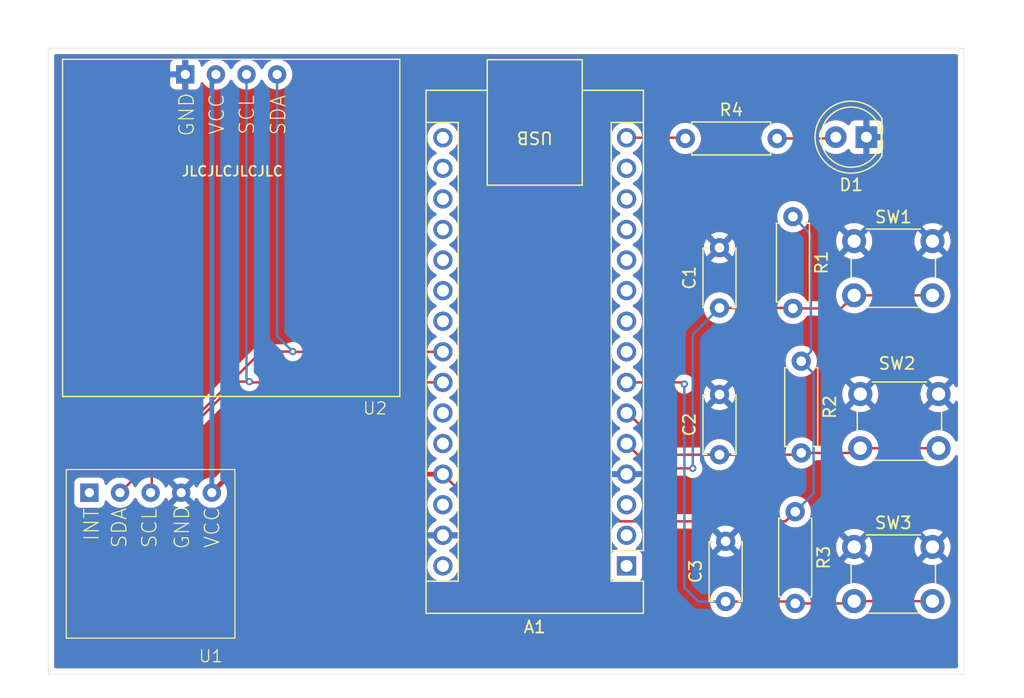
<source format=kicad_pcb>
(kicad_pcb (version 20241229) (generator "pcbnew") (generator_version "9.0")
  (layers (0 "F.Cu" signal "Front") (4 "In1.Cu" signal) (6 "In2.Cu" signal) (2 "B.Cu" signal "Back") (13 "F.Paste" user) (15 "B.Paste" user) (5 "F.SilkS" user "F.Silkscreen") (7 "B.SilkS" user "B.Silkscreen") (1 "F.Mask" user) (3 "B.Mask" user) (25 "Edge.Cuts" user))
  (net 0 "")
  (net 2 "Net-(A1-D4)")
  (net 3 "Net-(A1-D12)")
  (net 10 "Net-(A1-D2)")
  (net 14 "Net-(A1-D3)")
  (net 17 "+5V")
  (net 18 "Net-(A1-A5)")
  (net 20 "GND")
  (net 21 "Net-(A1-A4)")
  (net 30 "Net-(D1-A)")
  (footprint "Capacitor_THT:C_Disc_D4.7mm_W2.5mm_P5.00mm" (layer "F.Cu") (at 141.224 126.96 90)
    (property "Reference" "C3" (at 2.5 -2.5 90) (layer "F.SilkS"))
    (property "Value" "100n")
    (fp_line (start 4.97 -1.37) (end 4.97 -1.04) (stroke (width 0.12)) (layer "F.SilkS"))
    (fp_line (start 0.03 -1.37) (end 4.97 -1.37) (stroke (width 0.12)) (layer "F.SilkS"))
    (fp_line (start 0.03 -1.04) (end 0.03 -1.37) (stroke (width 0.12)) (layer "F.SilkS"))
    (fp_line (start 4.97 1.04) (end 4.97 1.37) (stroke (width 0.12)) (layer "F.SilkS"))
    (fp_line (start 4.97 1.37) (end 0.03 1.37) (stroke (width 0.12)) (layer "F.SilkS"))
    (fp_line (start 0.03 1.37) (end 0.03 1.04) (stroke (width 0.12)) (layer "F.SilkS"))
    (pad "1" thru_hole circle (at 0 0 90) (size 1.6 1.6) (drill 0.8) (layers "*.Cu" "*.Mask") (net 2 "Net-(A1-D4)"))
    (pad "2" thru_hole circle (at 5 0 90) (size 1.6 1.6) (drill 0.8) (layers "*.Cu" "*.Mask") (net 20 "GND"))
  )
  (footprint "Resistor_THT:R_Axial_DIN0207_L6.3mm_D2.5mm_P7.62mm_Horizontal" (layer "F.Cu") (at 137.88 88.5)
    (property "Reference" "R4" (at 3.81 -2.37 0) (layer "F.SilkS"))
    (property "Value" "1k")
    (fp_line (start 0.54 -1.37) (end 7.08 -1.37) (stroke (width 0.12)) (layer "F.SilkS"))
    (fp_line (start 0.54 -1.04) (end 0.54 -1.37) (stroke (width 0.12)) (layer "F.SilkS"))
    (fp_line (start 0.54 1.04) (end 0.54 1.37) (stroke (width 0.12)) (layer "F.SilkS"))
    (fp_line (start 0.54 1.37) (end 7.08 1.37) (stroke (width 0.12)) (layer "F.SilkS"))
    (fp_line (start 7.08 -1.37) (end 7.08 -1.04) (stroke (width 0.12)) (layer "F.SilkS"))
    (fp_line (start 7.08 1.37) (end 7.08 1.04) (stroke (width 0.12)) (layer "F.SilkS"))
    (pad "1" thru_hole circle (at 0 0) (size 1.6 1.6) (drill 0.8) (layers "*.Cu" "*.Mask") (net 3 "Net-(A1-D12)"))
    (pad "2" thru_hole circle (at 7.62 0) (size 1.6 1.6) (drill 0.8) (layers "*.Cu" "*.Mask") (net 30 "Net-(D1-A)"))
  )
  (footprint "Resistor_THT:R_Axial_DIN0207_L6.3mm_D2.5mm_P7.62mm_Horizontal" (layer "F.Cu") (at 146.812 94.996 -90)
    (property "Reference" "R1" (at 3.81 -2.37 90) (layer "F.SilkS"))
    (property "Value" "1K")
    (fp_line (start 0.54 1.37) (end 7.08 1.37) (stroke (width 0.12)) (layer "F.SilkS"))
    (fp_line (start 7.08 1.37) (end 7.08 1.04) (stroke (width 0.12)) (layer "F.SilkS"))
    (fp_line (start 0.54 1.04) (end 0.54 1.37) (stroke (width 0.12)) (layer "F.SilkS"))
    (fp_line (start 0.54 -1.04) (end 0.54 -1.37) (stroke (width 0.12)) (layer "F.SilkS"))
    (fp_line (start 0.54 -1.37) (end 7.08 -1.37) (stroke (width 0.12)) (layer "F.SilkS"))
    (fp_line (start 7.08 -1.37) (end 7.08 -1.04) (stroke (width 0.12)) (layer "F.SilkS"))
    (pad "1" thru_hole circle (at 0 0 270) (size 1.6 1.6) (drill 0.8) (layers "*.Cu" "*.Mask") (net 17 "+5V"))
    (pad "2" thru_hole circle (at 7.62 0 270) (size 1.6 1.6) (drill 0.8) (layers "*.Cu" "*.Mask") (net 10 "Net-(A1-D2)"))
  )
  (footprint "spo2_stuff:MAX30102_Module" (layer "F.Cu") (at 93.5 123)
    (property "Reference" "U1" (at 5 8.5 0) (layer "F.SilkS") (effects (font (thickness 0.1))))
    (property "Value" "MAX30102")
    (fp_line (start -7 -7) (end 7 -7) (stroke (width 0.1)) (layer "F.SilkS"))
    (fp_line (start -7 7) (end -7 -7) (stroke (width 0.1)) (layer "F.SilkS"))
    (fp_line (start 7 -7) (end 7 7) (stroke (width 0.1)) (layer "F.SilkS"))
    (fp_line (start 7 7) (end -7 7) (stroke (width 0.1)) (layer "F.SilkS"))
    (fp_text user "SDA" (at -1.9 -0.4 90) (layer "F.SilkS") (effects (font (size 1.2 1.2) (thickness 0.1)) (justify left bottom)))
    (fp_text user "INT" (at -4.2 -1 90) (layer "F.SilkS") (effects (font (size 1.2 1.2) (thickness 0.1)) (justify left bottom)))
    (fp_text user "GND" (at 3.3 -0.3 90) (layer "F.SilkS") (effects (font (size 1.2 1.2) (thickness 0.1)) (justify left bottom)))
    (fp_text user "VCC" (at 5.8 -0.4 90) (layer "F.SilkS") (effects (font (size 1.2 1.2) (thickness 0.1)) (justify left bottom)))
    (fp_text user "SCL" (at 0.6 -0.4 90) (layer "F.SilkS") (effects (font (size 1.2 1.2) (thickness 0.1)) (justify left bottom)))
    (pad "1" thru_hole rect (at -5.08 -5.08 90) (size 1.524 1.524) (drill 0.762) (layers "*.Cu" "*.Mask"))
    (pad "2" thru_hole circle (at -2.54 -5.08 90) (size 1.524 1.524) (drill 0.762) (layers "*.Cu" "*.Mask") (net 21 "Net-(A1-A4)"))
    (pad "3" thru_hole circle (at 0 -5.08 90) (size 1.524 1.524) (drill 0.762) (layers "*.Cu" "*.Mask") (net 18 "Net-(A1-A5)"))
    (pad "4" thru_hole circle (at 2.54 -5.08 90) (size 1.524 1.524) (drill 0.762) (layers "*.Cu" "*.Mask") (net 20 "GND"))
    (pad "5" thru_hole circle (at 5.08 -5.08 90) (size 1.524 1.524) (drill 0.762) (layers "*.Cu" "*.Mask") (net 17 "+5V"))
  )
  (footprint "spo2_stuff:SSD1306" (layer "F.Cu") (at 100.19 95.93)
    (property "Reference" "U2" (at 11.938 14.986 0) (layer "F.SilkS") (effects (font (thickness 0.1))))
    (property "Value" "SSD1306")
    (fp_line (start -14 -14) (end 14 -14) (stroke (width 0.1)) (layer "F.SilkS"))
    (fp_line (start -14 14) (end -14 -14) (stroke (width 0.1)) (layer "F.SilkS"))
    (fp_line (start 14 -14) (end 14 14) (stroke (width 0.1)) (layer "F.SilkS"))
    (fp_line (start 14 14) (end -14 14) (stroke (width 0.1)) (layer "F.SilkS"))
    (fp_rect (start -14 -14) (end 14 14) (stroke (width 0.1)) (fill no) (layer "F.SilkS"))
    (fp_text user "SDA" (at 4.6 -7.62 90) (layer "F.SilkS") (effects (font (size 1.2 1.2) (thickness 0.1)) (justify left bottom)))
    (fp_text user "SCL" (at 2 -7.67 90) (layer "F.SilkS") (effects (font (size 1.2 1.2) (thickness 0.1)) (justify left bottom)))
    (fp_text user "VCC" (at -0.5 -7.67 90) (layer "F.SilkS") (effects (font (size 1.2 1.2) (thickness 0.1)) (justify left bottom)))
    (fp_text user "GND" (at -3 -7.52 90) (layer "F.SilkS") (effects (font (size 1.2 1.2) (thickness 0.1)) (justify left bottom)))
    (pad "1" thru_hole rect (at -3.81 -12.75) (size 1.524 1.524) (drill 0.762) (layers "*.Cu" "*.Mask") (net 20 "GND"))
    (pad "2" thru_hole circle (at -1.27 -12.75) (size 1.524 1.524) (drill 0.762) (layers "*.Cu" "*.Mask") (net 17 "+5V"))
    (pad "3" thru_hole circle (at 1.27 -12.75) (size 1.524 1.524) (drill 0.762) (layers "*.Cu" "*.Mask") (net 18 "Net-(A1-A5)"))
    (pad "4" thru_hole circle (at 3.81 -12.75) (size 1.524 1.524) (drill 0.762) (layers "*.Cu" "*.Mask") (net 21 "Net-(A1-A4)"))
  )
  (footprint "Capacitor_THT:C_Disc_D4.7mm_W2.5mm_P5.00mm" (layer "F.Cu") (at 140.716 114.768 90)
    (property "Reference" "C2" (at 2.5 -2.5 90) (layer "F.SilkS"))
    (property "Value" "100n")
    (fp_line (start 4.97 -1.37) (end 4.97 -1.04) (stroke (width 0.12)) (layer "F.SilkS"))
    (fp_line (start 0.03 -1.37) (end 4.97 -1.37) (stroke (width 0.12)) (layer "F.SilkS"))
    (fp_line (start 0.03 -1.04) (end 0.03 -1.37) (stroke (width 0.12)) (layer "F.SilkS"))
    (fp_line (start 4.97 1.04) (end 4.97 1.37) (stroke (width 0.12)) (layer "F.SilkS"))
    (fp_line (start 4.97 1.37) (end 0.03 1.37) (stroke (width 0.12)) (layer "F.SilkS"))
    (fp_line (start 0.03 1.37) (end 0.03 1.04) (stroke (width 0.12)) (layer "F.SilkS"))
    (pad "1" thru_hole circle (at 0 0 90) (size 1.6 1.6) (drill 0.8) (layers "*.Cu" "*.Mask") (net 14 "Net-(A1-D3)"))
    (pad "2" thru_hole circle (at 5 0 90) (size 1.6 1.6) (drill 0.8) (layers "*.Cu" "*.Mask") (net 20 "GND"))
  )
  (footprint "Button_Switch_THT:SW_PUSH_6mm" (layer "F.Cu") (at 151.892 97.028)
    (property "Reference" "SW1" (at 3.25 -2 0) (layer "F.SilkS"))
    (property "Value" "SW_Push")
    (fp_line (start -0.25 1.5) (end -0.25 3) (stroke (width 0.12)) (layer "F.SilkS"))
    (fp_line (start 1 5.5) (end 5.5 5.5) (stroke (width 0.12)) (layer "F.SilkS"))
    (fp_line (start 5.5 -1) (end 1 -1) (stroke (width 0.12)) (layer "F.SilkS"))
    (fp_line (start 6.75 3) (end 6.75 1.5) (stroke (width 0.12)) (layer "F.SilkS"))
    (pad "1" thru_hole circle (at 0 0 90) (size 2 2) (drill 1.1) (layers "*.Cu" "*.Mask") (net 20 "GND"))
    (pad "1" thru_hole circle (at 6.5 0 90) (size 2 2) (drill 1.1) (layers "*.Cu" "*.Mask") (net 20 "GND"))
    (pad "2" thru_hole circle (at 0 4.5 90) (size 2 2) (drill 1.1) (layers "*.Cu" "*.Mask") (net 10 "Net-(A1-D2)"))
    (pad "2" thru_hole circle (at 6.5 4.5 90) (size 2 2) (drill 1.1) (layers "*.Cu" "*.Mask") (net 10 "Net-(A1-D2)"))
  )
  (footprint "Resistor_THT:R_Axial_DIN0207_L6.3mm_D2.5mm_P7.62mm_Horizontal" (layer "F.Cu") (at 147 119.5 -90)
    (property "Reference" "R3" (at 3.81 -2.37 90) (layer "F.SilkS"))
    (property "Value" "1K")
    (fp_line (start 0.54 1.37) (end 7.08 1.37) (stroke (width 0.12)) (layer "F.SilkS"))
    (fp_line (start 7.08 1.37) (end 7.08 1.04) (stroke (width 0.12)) (layer "F.SilkS"))
    (fp_line (start 0.54 1.04) (end 0.54 1.37) (stroke (width 0.12)) (layer "F.SilkS"))
    (fp_line (start 0.54 -1.04) (end 0.54 -1.37) (stroke (width 0.12)) (layer "F.SilkS"))
    (fp_line (start 0.54 -1.37) (end 7.08 -1.37) (stroke (width 0.12)) (layer "F.SilkS"))
    (fp_line (start 7.08 -1.37) (end 7.08 -1.04) (stroke (width 0.12)) (layer "F.SilkS"))
    (pad "1" thru_hole circle (at 0 0 270) (size 1.6 1.6) (drill 0.8) (layers "*.Cu" "*.Mask") (net 17 "+5V"))
    (pad "2" thru_hole circle (at 7.62 0 270) (size 1.6 1.6) (drill 0.8) (layers "*.Cu" "*.Mask") (net 2 "Net-(A1-D4)"))
  )
  (footprint "Button_Switch_THT:SW_PUSH_6mm" (layer "F.Cu") (at 151.892 122.428)
    (property "Reference" "SW3" (at 3.25 -2 0) (layer "F.SilkS"))
    (property "Value" "SW_Push")
    (fp_line (start -0.25 1.5) (end -0.25 3) (stroke (width 0.12)) (layer "F.SilkS"))
    (fp_line (start 1 5.5) (end 5.5 5.5) (stroke (width 0.12)) (layer "F.SilkS"))
    (fp_line (start 5.5 -1) (end 1 -1) (stroke (width 0.12)) (layer "F.SilkS"))
    (fp_line (start 6.75 3) (end 6.75 1.5) (stroke (width 0.12)) (layer "F.SilkS"))
    (pad "1" thru_hole circle (at 0 0 90) (size 2 2) (drill 1.1) (layers "*.Cu" "*.Mask") (net 20 "GND"))
    (pad "1" thru_hole circle (at 6.5 0 90) (size 2 2) (drill 1.1) (layers "*.Cu" "*.Mask") (net 20 "GND"))
    (pad "2" thru_hole circle (at 0 4.5 90) (size 2 2) (drill 1.1) (layers "*.Cu" "*.Mask") (net 2 "Net-(A1-D4)"))
    (pad "2" thru_hole circle (at 6.5 4.5 90) (size 2 2) (drill 1.1) (layers "*.Cu" "*.Mask") (net 2 "Net-(A1-D4)"))
  )
  (footprint "Button_Switch_THT:SW_PUSH_6mm" (layer "F.Cu") (at 152.4 109.728)
    (property "Reference" "SW2" (at 3.048 -2.54 0) (layer "F.SilkS"))
    (property "Value" "SW_Push")
    (fp_line (start -0.25 1.5) (end -0.25 3) (stroke (width 0.12)) (layer "F.SilkS"))
    (fp_line (start 1 5.5) (end 5.5 5.5) (stroke (width 0.12)) (layer "F.SilkS"))
    (fp_line (start 5.5 -1) (end 1 -1) (stroke (width 0.12)) (layer "F.SilkS"))
    (fp_line (start 6.75 3) (end 6.75 1.5) (stroke (width 0.12)) (layer "F.SilkS"))
    (pad "1" thru_hole circle (at 0 0 90) (size 2 2) (drill 1.1) (layers "*.Cu" "*.Mask") (net 20 "GND"))
    (pad "1" thru_hole circle (at 6.5 0 90) (size 2 2) (drill 1.1) (layers "*.Cu" "*.Mask") (net 20 "GND"))
    (pad "2" thru_hole circle (at 0 4.5 90) (size 2 2) (drill 1.1) (layers "*.Cu" "*.Mask") (net 14 "Net-(A1-D3)"))
    (pad "2" thru_hole circle (at 6.5 4.5 90) (size 2 2) (drill 1.1) (layers "*.Cu" "*.Mask") (net 14 "Net-(A1-D3)"))
  )
  (footprint "Resistor_THT:R_Axial_DIN0207_L6.3mm_D2.5mm_P7.62mm_Horizontal" (layer "F.Cu") (at 147.5 107 -90)
    (property "Reference" "R2" (at 3.81 -2.37 90) (layer "F.SilkS"))
    (property "Value" "1K")
    (fp_line (start 0.54 1.37) (end 7.08 1.37) (stroke (width 0.12)) (layer "F.SilkS"))
    (fp_line (start 7.08 1.37) (end 7.08 1.04) (stroke (width 0.12)) (layer "F.SilkS"))
    (fp_line (start 0.54 1.04) (end 0.54 1.37) (stroke (width 0.12)) (layer "F.SilkS"))
    (fp_line (start 0.54 -1.04) (end 0.54 -1.37) (stroke (width 0.12)) (layer "F.SilkS"))
    (fp_line (start 0.54 -1.37) (end 7.08 -1.37) (stroke (width 0.12)) (layer "F.SilkS"))
    (fp_line (start 7.08 -1.37) (end 7.08 -1.04) (stroke (width 0.12)) (layer "F.SilkS"))
    (pad "1" thru_hole circle (at 0 0 270) (size 1.6 1.6) (drill 0.8) (layers "*.Cu" "*.Mask") (net 17 "+5V"))
    (pad "2" thru_hole circle (at 7.62 0 270) (size 1.6 1.6) (drill 0.8) (layers "*.Cu" "*.Mask") (net 14 "Net-(A1-D3)"))
  )
  (footprint "LED_THT:LED_D5.0mm" (layer "F.Cu") (at 152.908 88.392 180)
    (property "Reference" "D1" (at 1.27 -3.96 0) (layer "F.SilkS"))
    (property "Value" "LED")
    (fp_line (start -1.29 -1.545) (end -1.29 1.545) (stroke (width 0.12)) (layer "F.SilkS"))
    (fp_arc (start 4.26 0) (mid 2.071779 2.880495) (end -1.29 1.54483) (stroke (width 0.12)) (layer "F.SilkS"))
    (fp_arc (start -1.29 -1.54483) (mid 2.071779 -2.880495) (end 4.26 0) (stroke (width 0.12)) (layer "F.SilkS"))
    (fp_circle (center 1.27 0) (end 3.77 0) (stroke (width 0.12)) (fill no) (layer "F.SilkS"))
    (pad "1" thru_hole rect (at 0 0 180) (size 1.8 1.8) (drill 0.9) (layers "*.Cu" "*.Mask") (net 20 "GND"))
    (pad "2" thru_hole circle (at 2.54 0 180) (size 1.8 1.8) (drill 0.9) (layers "*.Cu" "*.Mask") (net 30 "Net-(D1-A)"))
  )
  (footprint "Module:Arduino_Nano" (layer "F.Cu") (at 133 124 180)
    (property "Reference" "A1" (at 7.62 -5.08 0) (layer "F.SilkS"))
    (property "Value" "Arduino_Nano_v3.x")
    (fp_line (start 16.64 39.5) (end 16.64 -3.94) (stroke (width 0.12)) (layer "F.SilkS"))
    (fp_line (start 16.64 39.5) (end 11.56 39.5) (stroke (width 0.12)) (layer "F.SilkS"))
    (fp_line (start 16.64 -3.94) (end -1.4 -3.94) (stroke (width 0.12)) (layer "F.SilkS"))
    (fp_line (start 13.97 36.83) (end 16.64 36.83) (stroke (width 0.12)) (layer "F.SilkS"))
    (fp_line (start 13.97 -1.27) (end 16.64 -1.27) (stroke (width 0.12)) (layer "F.SilkS"))
    (fp_line (start 13.97 -1.27) (end 13.97 36.83) (stroke (width 0.12)) (layer "F.SilkS"))
    (fp_line (start 11.56 42.04) (end 3.68 42.04) (stroke (width 0.12)) (layer "F.SilkS"))
    (fp_line (start 11.56 31.62) (end 11.56 42.04) (stroke (width 0.12)) (layer "F.SilkS"))
    (fp_line (start 3.68 42.04) (end 3.68 31.62) (stroke (width 0.12)) (layer "F.SilkS"))
    (fp_line (start 3.68 31.62) (end 11.56 31.62) (stroke (width 0.12)) (layer "F.SilkS"))
    (fp_line (start 1.27 36.83) (end -1.4 36.83) (stroke (width 0.12)) (layer "F.SilkS"))
    (fp_line (start 1.27 1.27) (end 1.27 36.83) (stroke (width 0.12)) (layer "F.SilkS"))
    (fp_line (start 1.27 1.27) (end 1.27 -1.27) (stroke (width 0.12)) (layer "F.SilkS"))
    (fp_line (start 1.27 1.27) (end -1.4 1.27) (stroke (width 0.12)) (layer "F.SilkS"))
    (fp_line (start 1.27 -1.27) (end -1.4 -1.27) (stroke (width 0.12)) (layer "F.SilkS"))
    (fp_line (start -1.4 39.5) (end 3.68 39.5) (stroke (width 0.12)) (layer "F.SilkS"))
    (fp_line (start -1.4 1.27) (end -1.4 39.5) (stroke (width 0.12)) (layer "F.SilkS"))
    (fp_line (start -1.4 -3.94) (end -1.4 -1.27) (stroke (width 0.12)) (layer "F.SilkS"))
    (fp_text user "USB" (at 7.62 35.56 180) (layer "F.SilkS"))
    (pad "1" thru_hole rect (at 0 0 180) (size 1.6 1.6) (drill 1) (layers "*.Cu" "*.Mask"))
    (pad "2" thru_hole oval (at 0 2.54 180) (size 1.6 1.6) (drill 1) (layers "*.Cu" "*.Mask"))
    (pad "3" thru_hole oval (at 0 5.08 180) (size 1.6 1.6) (drill 1) (layers "*.Cu" "*.Mask"))
    (pad "4" thru_hole oval (at 0 7.62 180) (size 1.6 1.6) (drill 1) (layers "*.Cu" "*.Mask") (net 20 "GND"))
    (pad "5" thru_hole oval (at 0 10.16 180) (size 1.6 1.6) (drill 1) (layers "*.Cu" "*.Mask") (net 10 "Net-(A1-D2)"))
    (pad "6" thru_hole oval (at 0 12.7 180) (size 1.6 1.6) (drill 1) (layers "*.Cu" "*.Mask") (net 14 "Net-(A1-D3)"))
    (pad "7" thru_hole oval (at 0 15.24 180) (size 1.6 1.6) (drill 1) (layers "*.Cu" "*.Mask") (net 2 "Net-(A1-D4)"))
    (pad "8" thru_hole oval (at 0 17.78 180) (size 1.6 1.6) (drill 1) (layers "*.Cu" "*.Mask"))
    (pad "9" thru_hole oval (at 0 20.32 180) (size 1.6 1.6) (drill 1) (layers "*.Cu" "*.Mask"))
    (pad "10" thru_hole oval (at 0 22.86 180) (size 1.6 1.6) (drill 1) (layers "*.Cu" "*.Mask"))
    (pad "11" thru_hole oval (at 0 25.4 180) (size 1.6 1.6) (drill 1) (layers "*.Cu" "*.Mask"))
    (pad "12" thru_hole oval (at 0 27.94 180) (size 1.6 1.6) (drill 1) (layers "*.Cu" "*.Mask"))
    (pad "13" thru_hole oval (at 0 30.48 180) (size 1.6 1.6) (drill 1) (layers "*.Cu" "*.Mask"))
    (pad "14" thru_hole oval (at 0 33.02 180) (size 1.6 1.6) (drill 1) (layers "*.Cu" "*.Mask"))
    (pad "15" thru_hole oval (at 0 35.56 180) (size 1.6 1.6) (drill 1) (layers "*.Cu" "*.Mask") (net 3 "Net-(A1-D12)"))
    (pad "16" thru_hole oval (at 15.24 35.56 180) (size 1.6 1.6) (drill 1) (layers "*.Cu" "*.Mask"))
    (pad "17" thru_hole oval (at 15.24 33.02 180) (size 1.6 1.6) (drill 1) (layers "*.Cu" "*.Mask"))
    (pad "18" thru_hole oval (at 15.24 30.48 180) (size 1.6 1.6) (drill 1) (layers "*.Cu" "*.Mask"))
    (pad "19" thru_hole oval (at 15.24 27.94 180) (size 1.6 1.6) (drill 1) (layers "*.Cu" "*.Mask"))
    (pad "20" thru_hole oval (at 15.24 25.4 180) (size 1.6 1.6) (drill 1) (layers "*.Cu" "*.Mask"))
    (pad "21" thru_hole oval (at 15.24 22.86 180) (size 1.6 1.6) (drill 1) (layers "*.Cu" "*.Mask"))
    (pad "22" thru_hole oval (at 15.24 20.32 180) (size 1.6 1.6) (drill 1) (layers "*.Cu" "*.Mask"))
    (pad "23" thru_hole oval (at 15.24 17.78 180) (size 1.6 1.6) (drill 1) (layers "*.Cu" "*.Mask") (net 21 "Net-(A1-A4)"))
    (pad "24" thru_hole oval (at 15.24 15.24 180) (size 1.6 1.6) (drill 1) (layers "*.Cu" "*.Mask") (net 18 "Net-(A1-A5)"))
    (pad "25" thru_hole oval (at 15.24 12.7 180) (size 1.6 1.6) (drill 1) (layers "*.Cu" "*.Mask"))
    (pad "26" thru_hole oval (at 15.24 10.16 180) (size 1.6 1.6) (drill 1) (layers "*.Cu" "*.Mask"))
    (pad "27" thru_hole oval (at 15.24 7.62 180) (size 1.6 1.6) (drill 1) (layers "*.Cu" "*.Mask") (net 17 "+5V"))
    (pad "28" thru_hole oval (at 15.24 5.08 180) (size 1.6 1.6) (drill 1) (layers "*.Cu" "*.Mask"))
    (pad "29" thru_hole oval (at 15.24 2.54 180) (size 1.6 1.6) (drill 1) (layers "*.Cu" "*.Mask") (net 20 "GND"))
    (pad "30" thru_hole oval (at 15.24 0 180) (size 1.6 1.6) (drill 1) (layers "*.Cu" "*.Mask"))
  )
  (footprint "Capacitor_THT:C_Disc_D4.7mm_W2.5mm_P5.00mm" (layer "F.Cu") (at 140.716 102.576 90)
    (property "Reference" "C1" (at 2.5 -2.5 90) (layer "F.SilkS"))
    (property "Value" "100n")
    (fp_line (start 4.97 -1.37) (end 4.97 -1.04) (stroke (width 0.12)) (layer "F.SilkS"))
    (fp_line (start 0.03 -1.37) (end 4.97 -1.37) (stroke (width 0.12)) (layer "F.SilkS"))
    (fp_line (start 0.03 -1.04) (end 0.03 -1.37) (stroke (width 0.12)) (layer "F.SilkS"))
    (fp_line (start 4.97 1.04) (end 4.97 1.37) (stroke (width 0.12)) (layer "F.SilkS"))
    (fp_line (start 4.97 1.37) (end 0.03 1.37) (stroke (width 0.12)) (layer "F.SilkS"))
    (fp_line (start 0.03 1.37) (end 0.03 1.04) (stroke (width 0.12)) (layer "F.SilkS"))
    (pad "1" thru_hole circle (at 0 0 90) (size 1.6 1.6) (drill 0.8) (layers "*.Cu" "*.Mask") (net 10 "Net-(A1-D2)"))
    (pad "2" thru_hole circle (at 5 0 90) (size 1.6 1.6) (drill 0.8) (layers "*.Cu" "*.Mask") (net 20 "GND"))
  )
  (gr_line (start 85 133) (end 161 133) (stroke (width 0.0381)) (layer "Edge.Cuts"))
  (gr_line (start 161 81) (end 85 81) (stroke (width 0.0381)) (layer "Edge.Cuts"))
  (gr_line (start 85 81) (end 85 133) (stroke (width 0.0381)) (layer "Edge.Cuts"))
  (gr_line (start 161 133) (end 161 81) (stroke (width 0.0381)) (layer "Edge.Cuts"))
  (gr_text "JLCJLCJLCJLC\n" (at 96 91.7 0) (layer "F.SilkS") (effects (font (size 0.8128 0.8128) (thickness 0.1524) (bold yes)) (justify left bottom)))
  (segment (start 147 127.12) (end 151.7 127.12) (width 0.2) (layer "F.Cu") (net 2))
  (segment (start 137.66 108.76) (end 137.8 108.9) (width 0.2) (layer "F.Cu") (net 2))
  (segment (start 151.7 127.12) (end 151.892 126.928) (width 0.2) (layer "F.Cu") (net 2))
  (segment (start 133 108.76) (end 137.66 108.76) (width 0.2) (layer "F.Cu") (net 2))
  (segment (start 141.224 126.96) (end 146.84 126.96) (width 0.2) (layer "F.Cu") (net 2))
  (segment (start 146.84 126.96) (end 147 127.12) (width 0.2) (layer "F.Cu") (net 2))
  (segment (start 151.892 126.928) (end 158.392 126.928) (width 0.2) (layer "F.Cu") (net 2))
  (via (at 137.8 108.9) (size 0.6) (drill 0.3) (layers "F.Cu" "B.Cu") (net 2))
  (segment (start 137.8 108.9) (end 137.8 125.8) (width 0.2) (layer "B.Cu") (net 2))
  (segment (start 137.8 125.8) (end 138.96 126.96) (width 0.2) (layer "B.Cu") (net 2))
  (segment (start 138.96 126.96) (end 141.224 126.96) (width 0.2) (layer "B.Cu") (net 2))
  (segment (start 137.82 88.44) (end 137.88 88.5) (width 0.2) (layer "F.Cu") (net 3))
  (segment (start 133 88.44) (end 137.82 88.44) (width 0.2) (layer "F.Cu") (net 3))
  (segment (start 151.892 101.528) (end 158.392 101.528) (width 0.2) (layer "F.Cu") (net 10))
  (segment (start 150.804 102.616) (end 151.892 101.528) (width 0.2) (layer "F.Cu") (net 10))
  (segment (start 135.06 115.9) (end 138.5 115.9) (width 0.2) (layer "F.Cu") (net 10))
  (segment (start 133 113.84) (end 135.06 115.9) (width 0.2) (layer "F.Cu") (net 10))
  (segment (start 146.772 102.576) (end 146.812 102.616) (width 0.2) (layer "F.Cu") (net 10))
  (segment (start 146.812 102.616) (end 150.804 102.616) (width 0.2) (layer "F.Cu") (net 10))
  (segment (start 140.716 102.576) (end 146.772 102.576) (width 0.2) (layer "F.Cu") (net 10))
  (via (at 138.5 115.9) (size 0.6) (drill 0.3) (layers "F.Cu" "B.Cu") (net 10))
  (segment (start 138.5 115.9) (end 138.5 104.792) (width 0.2) (layer "B.Cu") (net 10))
  (segment (start 138.5 104.792) (end 140.716 102.576) (width 0.2) (layer "B.Cu") (net 10))
  (segment (start 147.5 114.62) (end 152.008 114.62) (width 0.2) (layer "F.Cu") (net 14))
  (segment (start 147.352 114.768) (end 147.5 114.62) (width 0.2) (layer "F.Cu") (net 14))
  (segment (start 136.568 114.768) (end 140.716 114.768) (width 0.2) (layer "F.Cu") (net 14))
  (segment (start 133.1 111.3) (end 136.568 114.768) (width 0.2) (layer "F.Cu") (net 14))
  (segment (start 152.008 114.62) (end 152.4 114.228) (width 0.2) (layer "F.Cu") (net 14))
  (segment (start 140.716 114.768) (end 147.352 114.768) (width 0.2) (layer "F.Cu") (net 14))
  (segment (start 152.4 114.228) (end 158.9 114.228) (width 0.2) (layer "F.Cu") (net 14))
  (segment (start 133 111.3) (end 133.1 111.3) (width 0.2) (layer "F.Cu") (net 14))
  (segment (start 146.200001 120.299999) (end 121.679999 120.299999) (width 0.2) (layer "F.Cu") (net 17))
  (segment (start 121.679999 120.299999) (end 117.76 116.38) (width 0.2) (layer "F.Cu") (net 17))
  (segment (start 117.76 116.38) (end 100.12 116.38) (width 0.4) (layer "F.Cu") (net 17))
  (segment (start 147 119.5) (end 146.200001 120.299999) (width 0.2) (layer "F.Cu") (net 17))
  (segment (start 100.12 116.38) (end 98.58 117.92) (width 0.4) (layer "F.Cu") (net 17))
  (segment (start 148.299999 106.200001) (end 148.299999 96.483999) (width 0.2) (layer "B.Cu") (net 17))
  (segment (start 147 119.5) (end 148.528 117.972) (width 0.2) (layer "B.Cu") (net 17))
  (segment (start 98.58 83.57) (end 98.92 83.23) (width 0.4) (layer "B.Cu") (net 17))
  (segment (start 147.5 107) (end 148.299999 106.200001) (width 0.2) (layer "B.Cu") (net 17))
  (segment (start 148.528 108.028) (end 147.5 107) (width 0.2) (layer "B.Cu") (net 17))
  (segment (start 148.299999 96.483999) (end 146.812 94.996) (width 0.2) (layer "B.Cu") (net 17))
  (segment (start 148.528 117.972) (end 148.528 108.028) (width 0.2) (layer "B.Cu") (net 17))
  (segment (start 98.58 117.92) (end 98.58 83.57) (width 0.4) (layer "B.Cu") (net 17))
  (segment (start 93.6 115.743862) (end 93.6 117.82) (width 0.2) (layer "F.Cu") (net 18))
  (segment (start 101.7 108.7) (end 100.643862 108.7) (width 0.2) (layer "F.Cu") (net 18))
  (segment (start 93.6 117.82) (end 93.5 117.92) (width 0.2) (layer "F.Cu") (net 18))
  (segment (start 101.76 108.76) (end 117.76 108.76) (width 0.2) (layer "F.Cu") (net 18))
  (segment (start 101.7 108.7) (end 101.76 108.76) (width 0.2) (layer "F.Cu") (net 18))
  (segment (start 100.643862 108.7) (end 93.6 115.743862) (width 0.2) (layer "F.Cu") (net 18))
  (via (at 101.7 108.7) (size 0.6) (drill 0.3) (layers "F.Cu" "B.Cu") (net 18))
  (segment (start 101.46 108.46) (end 101.46 83.23) (width 0.2) (layer "B.Cu") (net 18))
  (segment (start 101.7 108.7) (end 101.46 108.46) (width 0.2) (layer "B.Cu") (net 18))
  (segment (start 102.68 106.2) (end 90.96 117.92) (width 0.2) (layer "F.Cu") (net 21))
  (segment (start 105.32 106.22) (end 105.3 106.2) (width 0.2) (layer "F.Cu") (net 21))
  (segment (start 105.3 106.2) (end 102.68 106.2) (width 0.2) (layer "F.Cu") (net 21))
  (segment (start 117.76 106.22) (end 105.32 106.22) (width 0.2) (layer "F.Cu") (net 21))
  (via (at 105.3 106.2) (size 0.6) (drill 0.3) (layers "F.Cu" "B.Cu") (net 21))
  (segment (start 105.3 106.2) (end 104 104.9) (width 0.2) (layer "B.Cu") (net 21))
  (segment (start 104 104.9) (end 104 83.23) (width 0.2) (layer "B.Cu") (net 21))
  (segment (start 150.26 88.5) (end 150.368 88.392) (width 0.2) (layer "F.Cu") (net 30))
  (segment (start 145.5 88.5) (end 150.26 88.5) (width 0.2) (layer "F.Cu") (net 30))
  (zone (net 20) (net_name "GND") (layers "F.Cu" "B.Cu") (connect_pads (clearance 0.5)) (min_thickness 0.25) (fill yes (thermal_gap 0.5) (thermal_bridge_width 0.5))
    (polygon (pts (xy 81 77) (xy 81 135) (xy 166 135) (xy 166 77)))
  )
)
</source>
